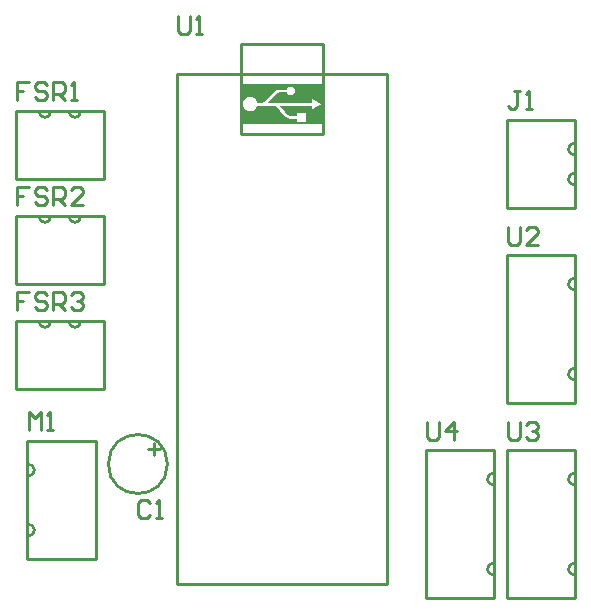
<source format=gto>
G04*
G04 #@! TF.GenerationSoftware,Altium Limited,Altium Designer,24.5.1 (21)*
G04*
G04 Layer_Color=65535*
%FSLAX44Y44*%
%MOMM*%
G71*
G04*
G04 #@! TF.SameCoordinates,4CF24129-FD56-4E2D-9210-4E3AEFEF1F0E*
G04*
G04*
G04 #@! TF.FilePolarity,Positive*
G04*
G01*
G75*
%ADD10C,0.2540*%
G36*
X276422Y-42267D02*
X206422D01*
Y-8679D01*
X276422D01*
Y-42267D01*
D02*
G37*
%LPC*%
G36*
X249527Y-10767D02*
X248115D01*
Y-10828D01*
X247869D01*
Y-10889D01*
X247624D01*
Y-10951D01*
X247501D01*
Y-11012D01*
X247317D01*
Y-11073D01*
X247194D01*
Y-11135D01*
X247071D01*
Y-11196D01*
X246948D01*
Y-11258D01*
X246887D01*
Y-11319D01*
X246764D01*
Y-11380D01*
X246703D01*
Y-11442D01*
X246580D01*
Y-11503D01*
X246519D01*
Y-11565D01*
X246457D01*
Y-11626D01*
X246396D01*
Y-11688D01*
X246334D01*
Y-11749D01*
X246273D01*
Y-11810D01*
X246212D01*
Y-11872D01*
X246150D01*
Y-11933D01*
X246089D01*
Y-11995D01*
X246027D01*
Y-12056D01*
X245966D01*
Y-12117D01*
X245905D01*
Y-12179D01*
X245843D01*
Y-12240D01*
X245782D01*
Y-12363D01*
X245720D01*
Y-12486D01*
X245659D01*
Y-12547D01*
X245597D01*
Y-12670D01*
X245536D01*
Y-12793D01*
X245475D01*
Y-12977D01*
X245413D01*
Y-13038D01*
X245352D01*
Y-13161D01*
X245291D01*
Y-13223D01*
X238536D01*
Y-13284D01*
X238229D01*
Y-13345D01*
X237983D01*
Y-13407D01*
X237738D01*
Y-13468D01*
X237554D01*
Y-13530D01*
X237308D01*
Y-13591D01*
X237185D01*
Y-13652D01*
X237062D01*
Y-13714D01*
X236878D01*
Y-13775D01*
X236755D01*
Y-13837D01*
X236633D01*
Y-13898D01*
X236571D01*
Y-13959D01*
X236387D01*
Y-14021D01*
X236264D01*
Y-14082D01*
X236203D01*
Y-14144D01*
X236080D01*
Y-14205D01*
X236019D01*
Y-14267D01*
X235834D01*
Y-14328D01*
X235773D01*
Y-14389D01*
X235712D01*
Y-14451D01*
X235589D01*
Y-14512D01*
X235527D01*
Y-14574D01*
X235405D01*
Y-14635D01*
X235343D01*
Y-14696D01*
X235282D01*
Y-14758D01*
X235159D01*
Y-14819D01*
X235098D01*
Y-14880D01*
X235036D01*
Y-14942D01*
X234975D01*
Y-15003D01*
X234913D01*
Y-15065D01*
X234852D01*
Y-15126D01*
X234790D01*
Y-15187D01*
X234729D01*
Y-15249D01*
X234668D01*
Y-15310D01*
X234606D01*
Y-15372D01*
X234545D01*
Y-15433D01*
X234484D01*
Y-15495D01*
X234422D01*
Y-15556D01*
X234361D01*
Y-15617D01*
X234299D01*
Y-15679D01*
X234238D01*
Y-15740D01*
X234177D01*
Y-15802D01*
X234115D01*
Y-15863D01*
X234054D01*
Y-15924D01*
X233992D01*
Y-15986D01*
X233931D01*
Y-16047D01*
X233869D01*
Y-16109D01*
X233808D01*
Y-16231D01*
X233685D01*
Y-16354D01*
X233624D01*
Y-16416D01*
X233562D01*
Y-16477D01*
X233501D01*
Y-16538D01*
X233440D01*
Y-16600D01*
X233378D01*
Y-16661D01*
X233317D01*
Y-16723D01*
X233255D01*
Y-16784D01*
X233194D01*
Y-16845D01*
X233133D01*
Y-16907D01*
X233071D01*
Y-16968D01*
X233010D01*
Y-17030D01*
X232948D01*
Y-17091D01*
X232887D01*
Y-17152D01*
X232826D01*
Y-17275D01*
X232764D01*
Y-17337D01*
X232703D01*
Y-17398D01*
X232641D01*
Y-17459D01*
X232580D01*
Y-17521D01*
X232519D01*
Y-17582D01*
X232457D01*
Y-17644D01*
X232396D01*
Y-17705D01*
X232334D01*
Y-17766D01*
X232273D01*
Y-17828D01*
X232212D01*
Y-17889D01*
X232150D01*
Y-17951D01*
X232089D01*
Y-18012D01*
X232027D01*
Y-18074D01*
X231966D01*
Y-18135D01*
X231905D01*
Y-18196D01*
X231843D01*
Y-18258D01*
X231782D01*
Y-18381D01*
X231659D01*
Y-18503D01*
X231597D01*
Y-18565D01*
X231536D01*
Y-18626D01*
X231475D01*
Y-18687D01*
X231413D01*
Y-18749D01*
X231352D01*
Y-18810D01*
X231290D01*
Y-18872D01*
X231229D01*
Y-18933D01*
X231168D01*
Y-18995D01*
X231106D01*
Y-19056D01*
X231045D01*
Y-19117D01*
X230984D01*
Y-19179D01*
X230922D01*
Y-19240D01*
X230861D01*
Y-19302D01*
X230799D01*
Y-19363D01*
X230738D01*
Y-19424D01*
X230676D01*
Y-19486D01*
X230615D01*
Y-19547D01*
X230554D01*
Y-19670D01*
X230492D01*
Y-19731D01*
X230431D01*
Y-19793D01*
X230369D01*
Y-19854D01*
X230308D01*
Y-19916D01*
X230247D01*
Y-19977D01*
X230185D01*
Y-20038D01*
X230124D01*
Y-20100D01*
X230063D01*
Y-20161D01*
X230001D01*
Y-20223D01*
X229940D01*
Y-20284D01*
X229878D01*
Y-20345D01*
X229817D01*
Y-20407D01*
X229755D01*
Y-20468D01*
X229694D01*
Y-20591D01*
X229571D01*
Y-20714D01*
X229510D01*
Y-20775D01*
X229448D01*
Y-20837D01*
X229387D01*
Y-20898D01*
X229326D01*
Y-20959D01*
X229264D01*
Y-21021D01*
X229203D01*
Y-21082D01*
X229141D01*
Y-21144D01*
X229080D01*
Y-21205D01*
X229019D01*
Y-21267D01*
X228957D01*
Y-21328D01*
X228896D01*
Y-21389D01*
X228834D01*
Y-21451D01*
X228773D01*
Y-21512D01*
X228712D01*
Y-21574D01*
X228650D01*
Y-21635D01*
X228589D01*
Y-21696D01*
X228527D01*
Y-21758D01*
X228466D01*
Y-21819D01*
X228405D01*
Y-21881D01*
X228343D01*
Y-21942D01*
X228282D01*
Y-22065D01*
X228220D01*
Y-22126D01*
X228159D01*
Y-22188D01*
X228097D01*
Y-22249D01*
X228036D01*
Y-22310D01*
X227975D01*
Y-22372D01*
X227913D01*
Y-22433D01*
X227852D01*
Y-22494D01*
X227791D01*
Y-22556D01*
X227729D01*
Y-22617D01*
X227668D01*
Y-22679D01*
X227606D01*
Y-22740D01*
X227545D01*
Y-22802D01*
X227484D01*
Y-22924D01*
X227361D01*
Y-23047D01*
X227299D01*
Y-23109D01*
X227238D01*
Y-23170D01*
X227176D01*
Y-23231D01*
X227115D01*
Y-23293D01*
X227054D01*
Y-23354D01*
X226992D01*
Y-23416D01*
X226870D01*
Y-23477D01*
X226808D01*
Y-23538D01*
X226747D01*
Y-23600D01*
X226624D01*
Y-23661D01*
X226562D01*
Y-23723D01*
X226440D01*
Y-23784D01*
X226317D01*
Y-23845D01*
X226194D01*
Y-23907D01*
X226071D01*
Y-23968D01*
X225887D01*
Y-24030D01*
X225703D01*
Y-24091D01*
X225580D01*
Y-24153D01*
X225212D01*
Y-24214D01*
X224905D01*
Y-24275D01*
X220483D01*
Y-24214D01*
X220422D01*
Y-24030D01*
X220361D01*
Y-23845D01*
X220299D01*
Y-23600D01*
X220238D01*
Y-23416D01*
X220177D01*
Y-23293D01*
X220115D01*
Y-23109D01*
X220054D01*
Y-22986D01*
X219992D01*
Y-22802D01*
X219931D01*
Y-22679D01*
X219869D01*
Y-22617D01*
X219808D01*
Y-22494D01*
X219747D01*
Y-22372D01*
X219685D01*
Y-22249D01*
X219624D01*
Y-22188D01*
X219562D01*
Y-22065D01*
X219501D01*
Y-22003D01*
X219440D01*
Y-21881D01*
X219378D01*
Y-21819D01*
X219317D01*
Y-21758D01*
X219255D01*
Y-21635D01*
X219194D01*
Y-21574D01*
X219133D01*
Y-21512D01*
X219071D01*
Y-21389D01*
X218948D01*
Y-21267D01*
X218887D01*
Y-21205D01*
X218826D01*
Y-21144D01*
X218764D01*
Y-21082D01*
X218703D01*
Y-21021D01*
X218641D01*
Y-20959D01*
X218580D01*
Y-20898D01*
X218457D01*
Y-20837D01*
X218396D01*
Y-20775D01*
X218334D01*
Y-20714D01*
X218273D01*
Y-20652D01*
X218212D01*
Y-20591D01*
X218089D01*
Y-20530D01*
X218027D01*
Y-20468D01*
X217904D01*
Y-20407D01*
X217843D01*
Y-20345D01*
X217782D01*
Y-20284D01*
X217659D01*
Y-20223D01*
X217598D01*
Y-20161D01*
X217413D01*
Y-20100D01*
X217352D01*
Y-20038D01*
X217229D01*
Y-19977D01*
X217106D01*
Y-19916D01*
X216984D01*
Y-19854D01*
X216799D01*
Y-19793D01*
X216738D01*
Y-19731D01*
X216492D01*
Y-19670D01*
X216369D01*
Y-19609D01*
X216185D01*
Y-19547D01*
X215940D01*
Y-19486D01*
X215755D01*
Y-19424D01*
X215264D01*
Y-19363D01*
X214896D01*
Y-19302D01*
X213913D01*
Y-19363D01*
X213545D01*
Y-19424D01*
X213054D01*
Y-19486D01*
X212869D01*
Y-19547D01*
X212624D01*
Y-19609D01*
X212440D01*
Y-19670D01*
X212317D01*
Y-19731D01*
X212071D01*
Y-19793D01*
X212010D01*
Y-19854D01*
X211826D01*
Y-19916D01*
X211703D01*
Y-19977D01*
X211580D01*
Y-20038D01*
X211457D01*
Y-20100D01*
X211396D01*
Y-20161D01*
X211273D01*
Y-20223D01*
X211150D01*
Y-20284D01*
X211027D01*
Y-20345D01*
X210966D01*
Y-20407D01*
X210905D01*
Y-20468D01*
X210782D01*
Y-20530D01*
X210720D01*
Y-20591D01*
X210597D01*
Y-20652D01*
X210536D01*
Y-20714D01*
X210475D01*
Y-20775D01*
X210413D01*
Y-20837D01*
X210352D01*
Y-20898D01*
X210291D01*
Y-20959D01*
X210229D01*
Y-21021D01*
X210106D01*
Y-21082D01*
X210045D01*
Y-21144D01*
X209984D01*
Y-21205D01*
X209922D01*
Y-21328D01*
X209861D01*
Y-21389D01*
X209799D01*
Y-21451D01*
X209738D01*
Y-21512D01*
X209676D01*
Y-21574D01*
X209615D01*
Y-21635D01*
X209554D01*
Y-21758D01*
X209492D01*
Y-21819D01*
X209431D01*
Y-21881D01*
X209370D01*
Y-22003D01*
X209308D01*
Y-22065D01*
X209247D01*
Y-22188D01*
X209185D01*
Y-22249D01*
X209124D01*
Y-22372D01*
X209062D01*
Y-22494D01*
X209001D01*
Y-22556D01*
X208940D01*
Y-22740D01*
X208878D01*
Y-22863D01*
X208817D01*
Y-22924D01*
X208755D01*
Y-23109D01*
X208694D01*
Y-23231D01*
X208633D01*
Y-23477D01*
X208571D01*
Y-23600D01*
X208510D01*
Y-23845D01*
X208448D01*
Y-24091D01*
X208387D01*
Y-24275D01*
X208326D01*
Y-24828D01*
X208264D01*
Y-26117D01*
X208326D01*
Y-26670D01*
X208387D01*
Y-26854D01*
X208448D01*
Y-27100D01*
X208510D01*
Y-27345D01*
X208571D01*
Y-27468D01*
X208633D01*
Y-27714D01*
X208694D01*
Y-27837D01*
X208755D01*
Y-28021D01*
X208817D01*
Y-28082D01*
X208878D01*
Y-28205D01*
X208940D01*
Y-28389D01*
X209001D01*
Y-28451D01*
X209062D01*
Y-28574D01*
X209124D01*
Y-28696D01*
X209185D01*
Y-28758D01*
X209247D01*
Y-28881D01*
X209308D01*
Y-28942D01*
X209370D01*
Y-29065D01*
X209431D01*
Y-29126D01*
X209492D01*
Y-29188D01*
X209554D01*
Y-29310D01*
X209615D01*
Y-29372D01*
X209676D01*
Y-29433D01*
X209738D01*
Y-29495D01*
X209799D01*
Y-29556D01*
X209861D01*
Y-29617D01*
X209922D01*
Y-29679D01*
X209984D01*
Y-29802D01*
X210045D01*
Y-29863D01*
X210106D01*
Y-29924D01*
X210229D01*
Y-29986D01*
X210291D01*
Y-30047D01*
X210352D01*
Y-30109D01*
X210413D01*
Y-30170D01*
X210475D01*
Y-30231D01*
X210536D01*
Y-30293D01*
X210597D01*
Y-30354D01*
X210720D01*
Y-30416D01*
X210782D01*
Y-30477D01*
X210905D01*
Y-30538D01*
X210966D01*
Y-30600D01*
X211027D01*
Y-30661D01*
X211150D01*
Y-30723D01*
X211273D01*
Y-30784D01*
X211396D01*
Y-30845D01*
X211457D01*
Y-30907D01*
X211580D01*
Y-30968D01*
X211703D01*
Y-31030D01*
X211826D01*
Y-31091D01*
X212010D01*
Y-31152D01*
X212071D01*
Y-31214D01*
X212317D01*
Y-31275D01*
X212440D01*
Y-31337D01*
X212624D01*
Y-31398D01*
X212869D01*
Y-31460D01*
X213054D01*
Y-31521D01*
X213545D01*
Y-31582D01*
X213913D01*
Y-31644D01*
X214896D01*
Y-31582D01*
X215264D01*
Y-31521D01*
X215694D01*
Y-31460D01*
X215940D01*
Y-31398D01*
X216185D01*
Y-31337D01*
X216369D01*
Y-31275D01*
X216492D01*
Y-31214D01*
X216738D01*
Y-31152D01*
X216799D01*
Y-31091D01*
X216984D01*
Y-31030D01*
X217106D01*
Y-30968D01*
X217229D01*
Y-30907D01*
X217352D01*
Y-30845D01*
X217413D01*
Y-30784D01*
X217598D01*
Y-30723D01*
X217659D01*
Y-30661D01*
X217782D01*
Y-30600D01*
X217843D01*
Y-30538D01*
X217904D01*
Y-30477D01*
X218027D01*
Y-30416D01*
X218089D01*
Y-30354D01*
X218212D01*
Y-30293D01*
X218273D01*
Y-30231D01*
X218334D01*
Y-30170D01*
X218396D01*
Y-30109D01*
X218457D01*
Y-30047D01*
X218580D01*
Y-29986D01*
X218641D01*
Y-29924D01*
X218703D01*
Y-29863D01*
X218764D01*
Y-29802D01*
X218826D01*
Y-29740D01*
X218887D01*
Y-29679D01*
X218948D01*
Y-29556D01*
X219010D01*
Y-29495D01*
X219071D01*
Y-29433D01*
X219133D01*
Y-29372D01*
X219194D01*
Y-29310D01*
X219255D01*
Y-29188D01*
X219317D01*
Y-29126D01*
X219378D01*
Y-29065D01*
X219440D01*
Y-28942D01*
X219501D01*
Y-28881D01*
X219562D01*
Y-28758D01*
X219624D01*
Y-28696D01*
X219685D01*
Y-28574D01*
X219747D01*
Y-28451D01*
X219808D01*
Y-28328D01*
X219869D01*
Y-28205D01*
X219931D01*
Y-28144D01*
X219992D01*
Y-27959D01*
X220054D01*
Y-27837D01*
X220115D01*
Y-27652D01*
X220177D01*
Y-27530D01*
X220238D01*
Y-27345D01*
X220299D01*
Y-27100D01*
X220361D01*
Y-26916D01*
X220422D01*
Y-26731D01*
X220483D01*
Y-26670D01*
X234177D01*
Y-26731D01*
X234484D01*
Y-26793D01*
X234790D01*
Y-26854D01*
X234975D01*
Y-26916D01*
X235159D01*
Y-26977D01*
X235282D01*
Y-27038D01*
X235405D01*
Y-27100D01*
X235589D01*
Y-27161D01*
X235650D01*
Y-27223D01*
X235773D01*
Y-27284D01*
X235834D01*
Y-27345D01*
X235957D01*
Y-27407D01*
X236019D01*
Y-27468D01*
X236080D01*
Y-27530D01*
X236203D01*
Y-27591D01*
X236264D01*
Y-27652D01*
X236326D01*
Y-27714D01*
X236387D01*
Y-27775D01*
X236448D01*
Y-27837D01*
X236510D01*
Y-27959D01*
X236633D01*
Y-28082D01*
X236694D01*
Y-28144D01*
X236755D01*
Y-28205D01*
X236817D01*
Y-28266D01*
X236878D01*
Y-28328D01*
X236940D01*
Y-28389D01*
X237001D01*
Y-28451D01*
X237062D01*
Y-28512D01*
X237124D01*
Y-28574D01*
X237185D01*
Y-28635D01*
X237247D01*
Y-28696D01*
X237308D01*
Y-28758D01*
X237369D01*
Y-28819D01*
X237431D01*
Y-28881D01*
X237492D01*
Y-28942D01*
X237554D01*
Y-29003D01*
X237615D01*
Y-29065D01*
X237677D01*
Y-29126D01*
X237738D01*
Y-29188D01*
X237799D01*
Y-29310D01*
X237922D01*
Y-29433D01*
X237983D01*
Y-29495D01*
X238045D01*
Y-29556D01*
X238106D01*
Y-29617D01*
X238168D01*
Y-29679D01*
X238229D01*
Y-29740D01*
X238291D01*
Y-29802D01*
X238352D01*
Y-29863D01*
X238413D01*
Y-29924D01*
X238475D01*
Y-29986D01*
X238536D01*
Y-30047D01*
X238598D01*
Y-30109D01*
X238659D01*
Y-30170D01*
X238720D01*
Y-30293D01*
X238782D01*
Y-30354D01*
X238843D01*
Y-30416D01*
X238905D01*
Y-30477D01*
X238966D01*
Y-30538D01*
X239027D01*
Y-30600D01*
X239089D01*
Y-30661D01*
X239150D01*
Y-30723D01*
X239212D01*
Y-30784D01*
X239273D01*
Y-30845D01*
X239334D01*
Y-30907D01*
X239396D01*
Y-30968D01*
X239457D01*
Y-31030D01*
X239519D01*
Y-31091D01*
X239580D01*
Y-31152D01*
X239641D01*
Y-31214D01*
X239703D01*
Y-31275D01*
X239764D01*
Y-31337D01*
X239826D01*
Y-31398D01*
X239887D01*
Y-31521D01*
X240010D01*
Y-31644D01*
X240071D01*
Y-31705D01*
X240133D01*
Y-31767D01*
X240194D01*
Y-31828D01*
X240255D01*
Y-31889D01*
X240317D01*
Y-31951D01*
X240378D01*
Y-32012D01*
X240440D01*
Y-32074D01*
X240501D01*
Y-32135D01*
X240562D01*
Y-32196D01*
X240624D01*
Y-32258D01*
X240685D01*
Y-32319D01*
X240747D01*
Y-32380D01*
X240808D01*
Y-32442D01*
X240870D01*
Y-32503D01*
X240931D01*
Y-32565D01*
X240992D01*
Y-32626D01*
X241054D01*
Y-32749D01*
X241115D01*
Y-32810D01*
X241176D01*
Y-32872D01*
X241238D01*
Y-32933D01*
X241299D01*
Y-32994D01*
X241361D01*
Y-33056D01*
X241422D01*
Y-33117D01*
X241483D01*
Y-33179D01*
X241545D01*
Y-33240D01*
X241606D01*
Y-33302D01*
X241668D01*
Y-33363D01*
X241729D01*
Y-33424D01*
X241791D01*
Y-33486D01*
X241852D01*
Y-33547D01*
X241913D01*
Y-33609D01*
X241975D01*
Y-33731D01*
X242097D01*
Y-33854D01*
X242159D01*
Y-33916D01*
X242220D01*
Y-33977D01*
X242282D01*
Y-34038D01*
X242343D01*
Y-34100D01*
X242404D01*
Y-34161D01*
X242466D01*
Y-34223D01*
X242527D01*
Y-34284D01*
X242589D01*
Y-34345D01*
X242650D01*
Y-34407D01*
X242712D01*
Y-34468D01*
X242773D01*
Y-34530D01*
X242834D01*
Y-34591D01*
X242896D01*
Y-34653D01*
X242957D01*
Y-34714D01*
X243019D01*
Y-34775D01*
X243080D01*
Y-34837D01*
X243141D01*
Y-34898D01*
X243203D01*
Y-34959D01*
X243264D01*
Y-35082D01*
X243326D01*
Y-35144D01*
X243387D01*
Y-35205D01*
X243448D01*
Y-35266D01*
X243510D01*
Y-35328D01*
X243571D01*
Y-35389D01*
X243633D01*
Y-35451D01*
X243694D01*
Y-35512D01*
X243755D01*
Y-35573D01*
X243817D01*
Y-35635D01*
X243878D01*
Y-35696D01*
X243940D01*
Y-35758D01*
X244001D01*
Y-35819D01*
X244062D01*
Y-35880D01*
X244124D01*
Y-35942D01*
X244185D01*
Y-36003D01*
X244247D01*
Y-36065D01*
X244370D01*
Y-36126D01*
X244431D01*
Y-36188D01*
X244492D01*
Y-36249D01*
X244554D01*
Y-36310D01*
X244615D01*
Y-36372D01*
X244738D01*
Y-36433D01*
X244799D01*
Y-36495D01*
X244922D01*
Y-36556D01*
X244984D01*
Y-36617D01*
X245106D01*
Y-36679D01*
X245229D01*
Y-36740D01*
X245291D01*
Y-36802D01*
X245413D01*
Y-36863D01*
X245475D01*
Y-36924D01*
X245597D01*
Y-36986D01*
X245782D01*
Y-37047D01*
X245843D01*
Y-37109D01*
X246027D01*
Y-37170D01*
X246089D01*
Y-37231D01*
X246273D01*
Y-37293D01*
X246396D01*
Y-37354D01*
X246519D01*
Y-37416D01*
X246826D01*
Y-37477D01*
X246948D01*
Y-37538D01*
X247194D01*
Y-37600D01*
X247440D01*
Y-37661D01*
X247747D01*
Y-37723D01*
X254255D01*
Y-37784D01*
X254317D01*
Y-40179D01*
X254378D01*
Y-40240D01*
X254562D01*
Y-40179D01*
X254624D01*
Y-40240D01*
X261378D01*
Y-40179D01*
X261440D01*
Y-40240D01*
X261624D01*
Y-40179D01*
X261685D01*
Y-32872D01*
X261624D01*
Y-32810D01*
X254378D01*
Y-32872D01*
X254317D01*
Y-35328D01*
X248115D01*
Y-35266D01*
X247869D01*
Y-35205D01*
X247501D01*
Y-35144D01*
X247378D01*
Y-35082D01*
X247194D01*
Y-35021D01*
X247010D01*
Y-34959D01*
X246887D01*
Y-34898D01*
X246764D01*
Y-34837D01*
X246641D01*
Y-34775D01*
X246519D01*
Y-34714D01*
X246457D01*
Y-34653D01*
X246396D01*
Y-34591D01*
X246273D01*
Y-34530D01*
X246212D01*
Y-34468D01*
X246089D01*
Y-34407D01*
X246027D01*
Y-34345D01*
X245966D01*
Y-34284D01*
X245905D01*
Y-34161D01*
X245782D01*
Y-34038D01*
X245720D01*
Y-33977D01*
X245659D01*
Y-33916D01*
X245597D01*
Y-33854D01*
X245536D01*
Y-33793D01*
X245475D01*
Y-33731D01*
X245413D01*
Y-33670D01*
X245352D01*
Y-33609D01*
X245291D01*
Y-33547D01*
X245229D01*
Y-33486D01*
X245168D01*
Y-33424D01*
X245106D01*
Y-33363D01*
X245045D01*
Y-33302D01*
X244984D01*
Y-33240D01*
X244922D01*
Y-33179D01*
X244861D01*
Y-33117D01*
X244799D01*
Y-33056D01*
X244738D01*
Y-32933D01*
X244676D01*
Y-32872D01*
X244615D01*
Y-32810D01*
X244554D01*
Y-32749D01*
X244492D01*
Y-32687D01*
X244431D01*
Y-32626D01*
X244370D01*
Y-32565D01*
X244308D01*
Y-32503D01*
X244247D01*
Y-32442D01*
X244185D01*
Y-32380D01*
X244124D01*
Y-32319D01*
X244062D01*
Y-32258D01*
X244001D01*
Y-32196D01*
X243940D01*
Y-32135D01*
X243878D01*
Y-32074D01*
X243817D01*
Y-31951D01*
X243694D01*
Y-31828D01*
X243633D01*
Y-31767D01*
X243571D01*
Y-31705D01*
X243510D01*
Y-31644D01*
X243448D01*
Y-31582D01*
X243387D01*
Y-31521D01*
X243326D01*
Y-31460D01*
X243264D01*
Y-31398D01*
X243203D01*
Y-31337D01*
X243141D01*
Y-31275D01*
X243080D01*
Y-31214D01*
X243019D01*
Y-31152D01*
X242957D01*
Y-31091D01*
X242896D01*
Y-31030D01*
X242834D01*
Y-30968D01*
X242773D01*
Y-30907D01*
X242712D01*
Y-30845D01*
X242650D01*
Y-30784D01*
X242589D01*
Y-30723D01*
X242527D01*
Y-30600D01*
X242404D01*
Y-30477D01*
X242343D01*
Y-30416D01*
X242282D01*
Y-30354D01*
X242220D01*
Y-30293D01*
X242159D01*
Y-30231D01*
X242097D01*
Y-30170D01*
X242036D01*
Y-30109D01*
X241975D01*
Y-30047D01*
X241913D01*
Y-29986D01*
X241852D01*
Y-29924D01*
X241791D01*
Y-29863D01*
X241729D01*
Y-29802D01*
X241668D01*
Y-29740D01*
X241606D01*
Y-29617D01*
X241483D01*
Y-29495D01*
X241422D01*
Y-29433D01*
X241361D01*
Y-29372D01*
X241299D01*
Y-29310D01*
X241238D01*
Y-29249D01*
X241176D01*
Y-29188D01*
X241115D01*
Y-29126D01*
X241054D01*
Y-29065D01*
X240992D01*
Y-29003D01*
X240931D01*
Y-28942D01*
X240870D01*
Y-28881D01*
X240808D01*
Y-28819D01*
X240747D01*
Y-28758D01*
X240685D01*
Y-28696D01*
X240624D01*
Y-28635D01*
X240562D01*
Y-28574D01*
X240501D01*
Y-28512D01*
X240440D01*
Y-28451D01*
X240378D01*
Y-28389D01*
X240317D01*
Y-28266D01*
X240194D01*
Y-28144D01*
X240133D01*
Y-28082D01*
X240071D01*
Y-28021D01*
X240010D01*
Y-27959D01*
X239948D01*
Y-27898D01*
X239887D01*
Y-27837D01*
X239826D01*
Y-27775D01*
X239764D01*
Y-27714D01*
X239703D01*
Y-27652D01*
X239641D01*
Y-27591D01*
X239580D01*
Y-27530D01*
X239519D01*
Y-27468D01*
X239457D01*
Y-27407D01*
X239396D01*
Y-27345D01*
X239334D01*
Y-27284D01*
X239273D01*
Y-27161D01*
X239212D01*
Y-27100D01*
X239150D01*
Y-27038D01*
X239089D01*
Y-26977D01*
X239027D01*
Y-26916D01*
X238966D01*
Y-26854D01*
X238905D01*
Y-26793D01*
X238843D01*
Y-26670D01*
X267150D01*
Y-26731D01*
X267212D01*
Y-29617D01*
X267273D01*
Y-29679D01*
X267334D01*
Y-29617D01*
X267519D01*
Y-29556D01*
X267580D01*
Y-29495D01*
X267641D01*
Y-29433D01*
X267826D01*
Y-29372D01*
X267887D01*
Y-29310D01*
X268010D01*
Y-29249D01*
X268133D01*
Y-29188D01*
X268194D01*
Y-29126D01*
X268317D01*
Y-29065D01*
X268378D01*
Y-29003D01*
X268563D01*
Y-28942D01*
X268624D01*
Y-28881D01*
X268747D01*
Y-28819D01*
X268869D01*
Y-28758D01*
X268931D01*
Y-28696D01*
X269054D01*
Y-28635D01*
X269177D01*
Y-28574D01*
X269299D01*
Y-28512D01*
X269361D01*
Y-28451D01*
X269484D01*
Y-28389D01*
X269606D01*
Y-28328D01*
X269668D01*
Y-28266D01*
X269852D01*
Y-28205D01*
X269913D01*
Y-28144D01*
X270036D01*
Y-28082D01*
X270159D01*
Y-28021D01*
X270220D01*
Y-27959D01*
X270343D01*
Y-27898D01*
X270405D01*
Y-27837D01*
X270589D01*
Y-27775D01*
X270650D01*
Y-27714D01*
X270773D01*
Y-27652D01*
X270896D01*
Y-27591D01*
X270957D01*
Y-27530D01*
X271080D01*
Y-27468D01*
X271203D01*
Y-27407D01*
X271326D01*
Y-27345D01*
X271387D01*
Y-27284D01*
X271510D01*
Y-27223D01*
X271633D01*
Y-27161D01*
X271694D01*
Y-27100D01*
X271878D01*
Y-27038D01*
X271940D01*
Y-26977D01*
X272062D01*
Y-26916D01*
X272185D01*
Y-26854D01*
X272247D01*
Y-26793D01*
X272369D01*
Y-26731D01*
X272431D01*
Y-26670D01*
X272615D01*
Y-26609D01*
X272677D01*
Y-26547D01*
X272799D01*
Y-26486D01*
X272922D01*
Y-26424D01*
X272983D01*
Y-26363D01*
X273106D01*
Y-26302D01*
X273229D01*
Y-26240D01*
X273352D01*
Y-26179D01*
X273413D01*
Y-26117D01*
X273536D01*
Y-26056D01*
X273659D01*
Y-25995D01*
X273720D01*
Y-25933D01*
X273843D01*
Y-25872D01*
X273966D01*
Y-25810D01*
X274089D01*
Y-25749D01*
X274212D01*
Y-25687D01*
X274273D01*
Y-25626D01*
X274396D01*
Y-25565D01*
X274457D01*
Y-25503D01*
X274519D01*
Y-25442D01*
X274457D01*
Y-25380D01*
X274396D01*
Y-25319D01*
X274273D01*
Y-25258D01*
X274212D01*
Y-25196D01*
X274027D01*
Y-25135D01*
X273966D01*
Y-25073D01*
X273843D01*
Y-25012D01*
X273720D01*
Y-24951D01*
X273659D01*
Y-24889D01*
X273536D01*
Y-24828D01*
X273413D01*
Y-24766D01*
X273291D01*
Y-24705D01*
X273229D01*
Y-24644D01*
X273106D01*
Y-24582D01*
X272983D01*
Y-24521D01*
X272922D01*
Y-24460D01*
X272799D01*
Y-24398D01*
X272677D01*
Y-24337D01*
X272554D01*
Y-24275D01*
X272431D01*
Y-24214D01*
X272369D01*
Y-24153D01*
X272247D01*
Y-24091D01*
X272124D01*
Y-24030D01*
X272062D01*
Y-23968D01*
X271940D01*
Y-23907D01*
X271817D01*
Y-23845D01*
X271694D01*
Y-23784D01*
X271633D01*
Y-23723D01*
X271510D01*
Y-23661D01*
X271387D01*
Y-23600D01*
X271326D01*
Y-23538D01*
X271203D01*
Y-23477D01*
X271080D01*
Y-23416D01*
X270957D01*
Y-23354D01*
X270896D01*
Y-23293D01*
X270773D01*
Y-23231D01*
X270650D01*
Y-23170D01*
X270589D01*
Y-23109D01*
X270405D01*
Y-23047D01*
X270343D01*
Y-22986D01*
X270220D01*
Y-22924D01*
X270159D01*
Y-22863D01*
X270036D01*
Y-22802D01*
X269913D01*
Y-22740D01*
X269852D01*
Y-22679D01*
X269668D01*
Y-22617D01*
X269606D01*
Y-22556D01*
X269484D01*
Y-22494D01*
X269361D01*
Y-22433D01*
X269299D01*
Y-22372D01*
X269177D01*
Y-22310D01*
X269054D01*
Y-22249D01*
X268931D01*
Y-22188D01*
X268869D01*
Y-22126D01*
X268747D01*
Y-22065D01*
X268624D01*
Y-22003D01*
X268563D01*
Y-21942D01*
X268378D01*
Y-21881D01*
X268317D01*
Y-21819D01*
X268194D01*
Y-21758D01*
X268133D01*
Y-21696D01*
X268010D01*
Y-21635D01*
X267887D01*
Y-21574D01*
X267826D01*
Y-21512D01*
X267641D01*
Y-21451D01*
X267580D01*
Y-21389D01*
X267457D01*
Y-21328D01*
X267212D01*
Y-24214D01*
X267150D01*
Y-24275D01*
X229633D01*
Y-24153D01*
X229694D01*
Y-24091D01*
X229755D01*
Y-24030D01*
X229817D01*
Y-23968D01*
X229878D01*
Y-23845D01*
X230001D01*
Y-23723D01*
X230063D01*
Y-23661D01*
X230124D01*
Y-23600D01*
X230185D01*
Y-23538D01*
X230247D01*
Y-23477D01*
X230308D01*
Y-23416D01*
X230369D01*
Y-23354D01*
X230431D01*
Y-23293D01*
X230492D01*
Y-23231D01*
X230554D01*
Y-23170D01*
X230615D01*
Y-23109D01*
X230676D01*
Y-23047D01*
X230738D01*
Y-22986D01*
X230799D01*
Y-22924D01*
X230861D01*
Y-22863D01*
X230922D01*
Y-22802D01*
X230984D01*
Y-22740D01*
X231045D01*
Y-22679D01*
X231106D01*
Y-22617D01*
X231168D01*
Y-22494D01*
X231229D01*
Y-22433D01*
X231290D01*
Y-22372D01*
X231352D01*
Y-22310D01*
X231413D01*
Y-22249D01*
X231475D01*
Y-22188D01*
X231536D01*
Y-22126D01*
X231597D01*
Y-22065D01*
X231659D01*
Y-22003D01*
X231720D01*
Y-21942D01*
X231782D01*
Y-21881D01*
X231843D01*
Y-21819D01*
X231905D01*
Y-21758D01*
X231966D01*
Y-21696D01*
X232027D01*
Y-21635D01*
X232089D01*
Y-21512D01*
X232150D01*
Y-21451D01*
X232212D01*
Y-21389D01*
X232273D01*
Y-21328D01*
X232334D01*
Y-21267D01*
X232396D01*
Y-21205D01*
X232457D01*
Y-21144D01*
X232519D01*
Y-21082D01*
X232580D01*
Y-21021D01*
X232641D01*
Y-20959D01*
X232703D01*
Y-20898D01*
X232764D01*
Y-20837D01*
X232826D01*
Y-20775D01*
X232887D01*
Y-20714D01*
X232948D01*
Y-20652D01*
X233010D01*
Y-20591D01*
X233071D01*
Y-20530D01*
X233133D01*
Y-20468D01*
X233194D01*
Y-20407D01*
X233255D01*
Y-20345D01*
X233317D01*
Y-20284D01*
X233378D01*
Y-20161D01*
X233440D01*
Y-20100D01*
X233501D01*
Y-20038D01*
X233562D01*
Y-19977D01*
X233624D01*
Y-19916D01*
X233685D01*
Y-19854D01*
X233747D01*
Y-19793D01*
X233808D01*
Y-19731D01*
X233869D01*
Y-19670D01*
X233931D01*
Y-19609D01*
X233992D01*
Y-19547D01*
X234054D01*
Y-19486D01*
X234115D01*
Y-19424D01*
X234177D01*
Y-19363D01*
X234238D01*
Y-19302D01*
X234299D01*
Y-19179D01*
X234361D01*
Y-19117D01*
X234422D01*
Y-19056D01*
X234484D01*
Y-18995D01*
X234545D01*
Y-18933D01*
X234606D01*
Y-18872D01*
X234668D01*
Y-18810D01*
X234729D01*
Y-18749D01*
X234790D01*
Y-18687D01*
X234852D01*
Y-18626D01*
X234913D01*
Y-18565D01*
X234975D01*
Y-18503D01*
X235036D01*
Y-18442D01*
X235098D01*
Y-18381D01*
X235159D01*
Y-18319D01*
X235220D01*
Y-18258D01*
X235282D01*
Y-18196D01*
X235343D01*
Y-18135D01*
X235405D01*
Y-18074D01*
X235466D01*
Y-17951D01*
X235589D01*
Y-17828D01*
X235650D01*
Y-17766D01*
X235712D01*
Y-17705D01*
X235773D01*
Y-17644D01*
X235834D01*
Y-17582D01*
X235896D01*
Y-17521D01*
X235957D01*
Y-17459D01*
X236019D01*
Y-17398D01*
X236080D01*
Y-17337D01*
X236141D01*
Y-17275D01*
X236203D01*
Y-17214D01*
X236264D01*
Y-17152D01*
X236326D01*
Y-17091D01*
X236387D01*
Y-17030D01*
X236448D01*
Y-16968D01*
X236510D01*
Y-16845D01*
X236571D01*
Y-16784D01*
X236633D01*
Y-16723D01*
X236694D01*
Y-16661D01*
X236755D01*
Y-16600D01*
X236817D01*
Y-16538D01*
X236878D01*
Y-16477D01*
X237001D01*
Y-16416D01*
X237062D01*
Y-16354D01*
X237124D01*
Y-16293D01*
X237247D01*
Y-16231D01*
X237308D01*
Y-16170D01*
X237431D01*
Y-16109D01*
X237554D01*
Y-16047D01*
X237677D01*
Y-15986D01*
X237799D01*
Y-15924D01*
X237983D01*
Y-15863D01*
X238106D01*
Y-15802D01*
X238291D01*
Y-15740D01*
X238598D01*
Y-15679D01*
X238905D01*
Y-15617D01*
X245291D01*
Y-15679D01*
X245352D01*
Y-15802D01*
X245413D01*
Y-15863D01*
X245475D01*
Y-16047D01*
X245536D01*
Y-16170D01*
X245597D01*
Y-16293D01*
X245659D01*
Y-16354D01*
X245720D01*
Y-16416D01*
X245782D01*
Y-16600D01*
X245843D01*
Y-16661D01*
X245905D01*
Y-16723D01*
X245966D01*
Y-16784D01*
X246027D01*
Y-16845D01*
X246089D01*
Y-16907D01*
X246150D01*
Y-16968D01*
X246212D01*
Y-17030D01*
X246273D01*
Y-17091D01*
X246334D01*
Y-17152D01*
X246396D01*
Y-17214D01*
X246457D01*
Y-17275D01*
X246519D01*
Y-17337D01*
X246580D01*
Y-17398D01*
X246703D01*
Y-17459D01*
X246764D01*
Y-17521D01*
X246887D01*
Y-17582D01*
X246948D01*
Y-17644D01*
X247071D01*
Y-17705D01*
X247194D01*
Y-17766D01*
X247317D01*
Y-17828D01*
X247501D01*
Y-17889D01*
X247624D01*
Y-17951D01*
X247869D01*
Y-18012D01*
X248115D01*
Y-18074D01*
X248729D01*
Y-18135D01*
X248852D01*
Y-18074D01*
X249466D01*
Y-18012D01*
X249650D01*
Y-17951D01*
X249957D01*
Y-17889D01*
X250080D01*
Y-17828D01*
X250264D01*
Y-17766D01*
X250387D01*
Y-17705D01*
X250510D01*
Y-17644D01*
X250633D01*
Y-17582D01*
X250694D01*
Y-17521D01*
X250817D01*
Y-17459D01*
X250940D01*
Y-17398D01*
X251001D01*
Y-17337D01*
X251062D01*
Y-17275D01*
X251124D01*
Y-17214D01*
X251247D01*
Y-17152D01*
X251308D01*
Y-17091D01*
X251369D01*
Y-17030D01*
X251431D01*
Y-16968D01*
X251492D01*
Y-16907D01*
X251554D01*
Y-16784D01*
X251615D01*
Y-16723D01*
X251677D01*
Y-16661D01*
X251738D01*
Y-16600D01*
X251799D01*
Y-16477D01*
X251861D01*
Y-16416D01*
X251922D01*
Y-16293D01*
X251984D01*
Y-16170D01*
X252045D01*
Y-16109D01*
X252106D01*
Y-15924D01*
X252168D01*
Y-15863D01*
X252229D01*
Y-15617D01*
X252290D01*
Y-15495D01*
X252352D01*
Y-15310D01*
X252413D01*
Y-14819D01*
X252475D01*
Y-14021D01*
X252413D01*
Y-13530D01*
X252352D01*
Y-13345D01*
X252290D01*
Y-13161D01*
X252229D01*
Y-12977D01*
X252168D01*
Y-12916D01*
X252106D01*
Y-12731D01*
X252045D01*
Y-12670D01*
X251984D01*
Y-12547D01*
X251922D01*
Y-12424D01*
X251861D01*
Y-12363D01*
X251799D01*
Y-12240D01*
X251738D01*
Y-12179D01*
X251677D01*
Y-12117D01*
X251615D01*
Y-11995D01*
X251554D01*
Y-11933D01*
X251492D01*
Y-11872D01*
X251431D01*
Y-11810D01*
X251369D01*
Y-11749D01*
X251308D01*
Y-11688D01*
X251247D01*
Y-11626D01*
X251124D01*
Y-11565D01*
X251062D01*
Y-11503D01*
X251001D01*
Y-11442D01*
X250940D01*
Y-11380D01*
X250817D01*
Y-11319D01*
X250755D01*
Y-11258D01*
X250633D01*
Y-11196D01*
X250510D01*
Y-11135D01*
X250387D01*
Y-11073D01*
X250264D01*
Y-11012D01*
X250080D01*
Y-10951D01*
X249957D01*
Y-10889D01*
X249712D01*
Y-10828D01*
X249527D01*
Y-10767D01*
D02*
G37*
%LPD*%
D10*
X144380Y-330200D02*
G03*
X144380Y-330200I-25000J0D01*
G01*
X488950Y-83900D02*
G03*
X488950Y-93900I0J-5000D01*
G01*
Y-58500D02*
G03*
X488950Y-68500I0J-5000D01*
G01*
X61040Y-31750D02*
G03*
X71040Y-31750I5000J0D01*
G01*
X35640D02*
G03*
X45640Y-31750I5000J0D01*
G01*
X61040Y-209550D02*
G03*
X71040Y-209550I5000J0D01*
G01*
X35640D02*
G03*
X45640Y-209550I5000J0D01*
G01*
X61040Y-120650D02*
G03*
X71040Y-120650I5000J0D01*
G01*
X35640D02*
G03*
X45640Y-120650I5000J0D01*
G01*
X488950Y-337900D02*
G03*
X488950Y-347900I0J-5000D01*
G01*
Y-414100D02*
G03*
X488950Y-424100I0J-5000D01*
G01*
X26670Y-391080D02*
G03*
X26670Y-381080I0J5000D01*
G01*
Y-340280D02*
G03*
X26670Y-330280I0J5000D01*
G01*
X488950Y-172800D02*
G03*
X488950Y-182800I0J-5000D01*
G01*
Y-249000D02*
G03*
X488950Y-259000I0J-5000D01*
G01*
X420370Y-337900D02*
G03*
X420370Y-347900I0J-5000D01*
G01*
Y-414100D02*
G03*
X420370Y-424100I0J-5000D01*
G01*
X128220Y-317500D02*
X138380D01*
X133300Y-322580D02*
Y-312420D01*
X152400Y-431800D02*
Y0D01*
X330200Y-431800D02*
Y0D01*
X152400D02*
X330200D01*
X152400Y-431800D02*
X330200D01*
X206300Y-50800D02*
Y25400D01*
X276300Y-50800D02*
Y25400D01*
X206300D02*
X276300D01*
X206300Y-50800D02*
X276300D01*
X431800Y-113700D02*
X489800D01*
X431800Y-38700D02*
X489800D01*
Y-113700D02*
Y-38700D01*
X431800Y-113700D02*
Y-38700D01*
X90840Y-88900D02*
Y-30900D01*
X15840Y-88900D02*
Y-30900D01*
X90840D01*
X15840Y-88900D02*
X90840D01*
Y-266700D02*
Y-208700D01*
X15840Y-266700D02*
Y-208700D01*
X90840D01*
X15840Y-266700D02*
X90840D01*
Y-177800D02*
Y-119800D01*
X15840Y-177800D02*
Y-119800D01*
X90840D01*
X15840Y-177800D02*
X90840D01*
X431800Y-443500D02*
Y-318500D01*
X489800Y-443500D02*
Y-318500D01*
X431800D02*
X489800D01*
X431800Y-443500D02*
X489800D01*
X83820Y-410680D02*
Y-310680D01*
X25820Y-410680D02*
Y-310680D01*
Y-410680D02*
X83820D01*
X25820Y-310680D02*
X83820D01*
X431800Y-278400D02*
Y-153400D01*
X489800Y-278400D02*
Y-153400D01*
X431800D02*
X489800D01*
X431800Y-278400D02*
X489800D01*
X363220Y-443500D02*
Y-318500D01*
X421220Y-443500D02*
Y-318500D01*
X363220D02*
X421220D01*
X363220Y-443500D02*
X421220D01*
X364490Y-294391D02*
Y-307087D01*
X367029Y-309626D01*
X372108D01*
X374647Y-307087D01*
Y-294391D01*
X387343Y-309626D02*
Y-294391D01*
X379725Y-302008D01*
X389882D01*
X433070Y-294391D02*
Y-307087D01*
X435609Y-309626D01*
X440687D01*
X443227Y-307087D01*
Y-294391D01*
X448305Y-296930D02*
X450844Y-294391D01*
X455923D01*
X458462Y-296930D01*
Y-299469D01*
X455923Y-302008D01*
X453383D01*
X455923D01*
X458462Y-304548D01*
Y-307087D01*
X455923Y-309626D01*
X450844D01*
X448305Y-307087D01*
X433070Y-129291D02*
Y-141987D01*
X435609Y-144526D01*
X440687D01*
X443227Y-141987D01*
Y-129291D01*
X458462Y-144526D02*
X448305D01*
X458462Y-134369D01*
Y-131830D01*
X455923Y-129291D01*
X450844D01*
X448305Y-131830D01*
X27178Y-301752D02*
Y-286517D01*
X32256Y-291595D01*
X37335Y-286517D01*
Y-301752D01*
X42413D02*
X47491D01*
X44952D01*
Y-286517D01*
X42413Y-289056D01*
X443227Y-14483D02*
X438148D01*
X440687D01*
Y-27179D01*
X438148Y-29718D01*
X435609D01*
X433070Y-27179D01*
X448305Y-29718D02*
X453383D01*
X450844D01*
Y-14483D01*
X448305Y-17022D01*
X27175Y-184663D02*
X17018D01*
Y-192281D01*
X22096D01*
X17018D01*
Y-199898D01*
X42410Y-187202D02*
X39871Y-184663D01*
X34792D01*
X32253Y-187202D01*
Y-189741D01*
X34792Y-192281D01*
X39871D01*
X42410Y-194820D01*
Y-197359D01*
X39871Y-199898D01*
X34792D01*
X32253Y-197359D01*
X47488Y-199898D02*
Y-184663D01*
X55106D01*
X57645Y-187202D01*
Y-192281D01*
X55106Y-194820D01*
X47488D01*
X52566D02*
X57645Y-199898D01*
X62723Y-187202D02*
X65262Y-184663D01*
X70341D01*
X72880Y-187202D01*
Y-189741D01*
X70341Y-192281D01*
X67802D01*
X70341D01*
X72880Y-194820D01*
Y-197359D01*
X70341Y-199898D01*
X65262D01*
X62723Y-197359D01*
X27175Y-95763D02*
X17018D01*
Y-103380D01*
X22096D01*
X17018D01*
Y-110998D01*
X42410Y-98302D02*
X39871Y-95763D01*
X34792D01*
X32253Y-98302D01*
Y-100841D01*
X34792Y-103380D01*
X39871D01*
X42410Y-105920D01*
Y-108459D01*
X39871Y-110998D01*
X34792D01*
X32253Y-108459D01*
X47488Y-110998D02*
Y-95763D01*
X55106D01*
X57645Y-98302D01*
Y-103380D01*
X55106Y-105920D01*
X47488D01*
X52566D02*
X57645Y-110998D01*
X72880D02*
X62723D01*
X72880Y-100841D01*
Y-98302D01*
X70341Y-95763D01*
X65262D01*
X62723Y-98302D01*
X27175Y-6863D02*
X17018D01*
Y-14481D01*
X22096D01*
X17018D01*
Y-22098D01*
X42410Y-9402D02*
X39871Y-6863D01*
X34792D01*
X32253Y-9402D01*
Y-11941D01*
X34792Y-14481D01*
X39871D01*
X42410Y-17020D01*
Y-19559D01*
X39871Y-22098D01*
X34792D01*
X32253Y-19559D01*
X47488Y-22098D02*
Y-6863D01*
X55106D01*
X57645Y-9402D01*
Y-14481D01*
X55106Y-17020D01*
X47488D01*
X52566D02*
X57645Y-22098D01*
X62723D02*
X67802D01*
X65262D01*
Y-6863D01*
X62723Y-9402D01*
X129540Y-363222D02*
X127001Y-360682D01*
X121923D01*
X119383Y-363222D01*
Y-373378D01*
X121923Y-375918D01*
X127001D01*
X129540Y-373378D01*
X134618Y-375918D02*
X139697D01*
X137158D01*
Y-360682D01*
X134618Y-363222D01*
X153670Y49525D02*
Y36829D01*
X156209Y34290D01*
X161287D01*
X163827Y36829D01*
Y49525D01*
X168905Y34290D02*
X173983D01*
X171444D01*
Y49525D01*
X168905Y46986D01*
M02*

</source>
